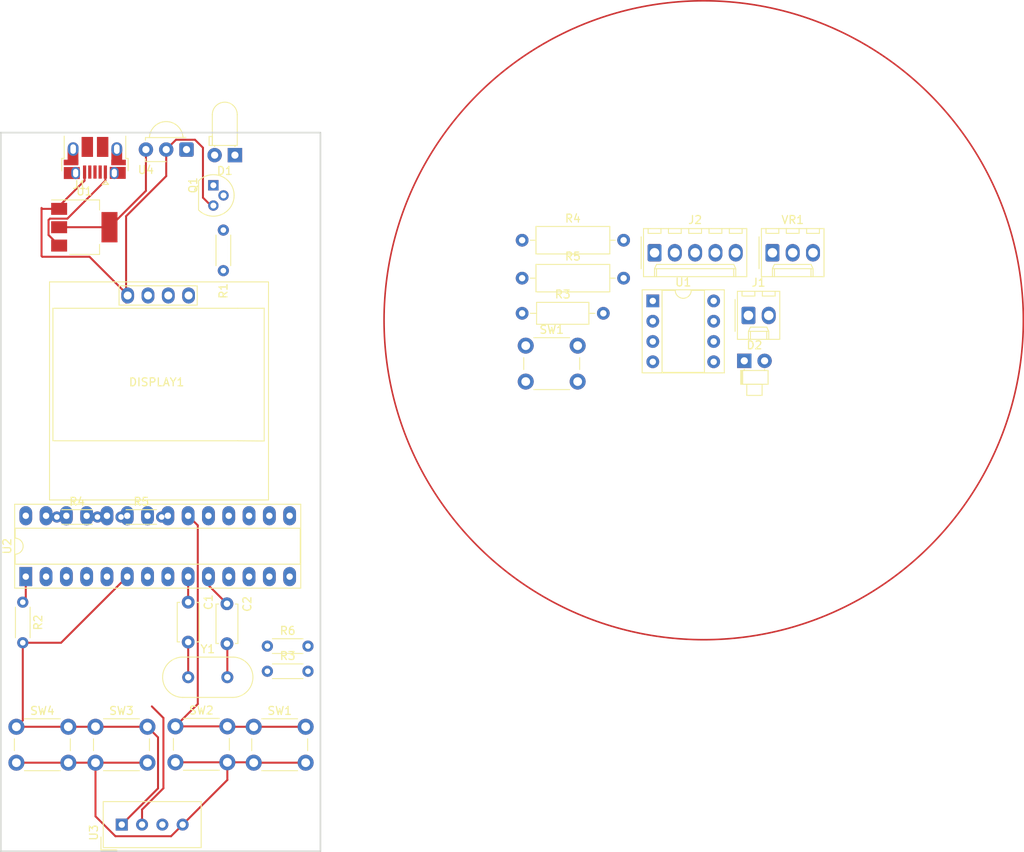
<source format=kicad_pcb>
(kicad_pcb (version 20211014) (generator pcbnew)
  (layers (0 "F.Cu" signal) (31 "B.Cu" signal) (34 "B.Paste" user) (35 "F.Paste" user) (36 "B.SilkS" user "B.Silkscreen") (37 "F.SilkS" user "F.Silkscreen") (38 "B.Mask" user) (39 "F.Mask" user) (44 "Edge.Cuts" user))
  (net 0 "")
  (net 1 "GND")
  (net 2 "Net-(DISPLAY1-Pad4)")
  (net 3 "Net-(U2-Pad9)")
  (net 5 "Net-(U2-Pad10)")
  (net 6 "Net-(U2-Pad28)")
  (net 8 "Net-(D1-PadC)")
  (net 10 "Net-(VR1-Pad1)")
  (net 11 "Net-(U2-Pad11)")
  (net 13 "Net-(Q1-Pad2)")
  (net 16 "Net-(D1-PadA)")
  (net 17 "Net-(U2-Pad6)")
  (net 18 "Net-(J2-Pad3)")
  (net 19 "AREF")
  (net 22 "Net-(U2-Pad3)")
  (net 23 "Net-(U2-Pad1)")
  (net 24 "Net-(U2-Pad19)")
  (net 25 "Net-(U2-Pad2)")
  (net 26 "Net-(U2-Pad4)")
  (net 28 "Net-(J1-Pad1)")
  (net 33 "Net-(R3-Pad1)")
  (net 34 "Net-(R4-Pad1)")
  (net 35 "Net-(R5-Pad1)")
  (net 36 "Net-(R6-Pad1)")
  (footprint "Package_DIP:DIP-8_W7.62mm_Socket" (layer "F.Cu") (at 181.59 61.08)
    (fp_text reference "U1" (at 3.81 -2.33) (layer "F.SilkS"))
    (fp_text value "CAT24C256")
    (fp_line (start 8.95 -1.39) (end -1.33 -1.39) (layer "F.SilkS") (width 0.12))
    (fp_line (start 2.81 -1.33) (end 1.16 -1.33) (layer "F.SilkS") (width 0.12))
    (fp_line (start 1.16 8.95) (end 6.46 8.95) (layer "F.SilkS") (width 0.12))
    (fp_line (start -1.33 9.01) (end 8.95 9.01) (layer "F.SilkS") (width 0.12))
    (fp_line (start -1.33 -1.39) (end -1.33 9.01) (layer "F.SilkS") (width 0.12))
    (fp_line (start 6.46 8.95) (end 6.46 -1.33) (layer "F.SilkS") (width 0.12))
    (fp_line (start 6.46 -1.33) (end 4.81 -1.33) (layer "F.SilkS") (width 0.12))
    (fp_line (start 8.95 9.01) (end 8.95 -1.39) (layer "F.SilkS") (width 0.12))
    (fp_line (start 1.16 -1.33) (end 1.16 8.95) (layer "F.SilkS") (width 0.12))
    (fp_arc (start 4.81 -1.33) (mid 3.81 -0.33) (end 2.81 -1.33) (layer "F.SilkS") (width 0.12))
    (pad "1" thru_hole rect (at 0 0) (size 1.6 1.6) (drill 0.8) (layers *.Cu *.Mask) (net 1 "GND"))
    (pad "2" thru_hole oval (at 0 2.54) (size 1.6 1.6) (drill 0.8) (layers *.Cu *.Mask) (net 1 "GND"))
    (pad "3" thru_hole oval (at 0 5.08) (size 1.6 1.6) (drill 0.8) (layers *.Cu *.Mask) (net 8 "Net-(D1-PadC)"))
    (pad "4" thru_hole oval (at 0 7.62) (size 1.6 1.6) (drill 0.8) (layers *.Cu *.Mask) (net 1 "GND"))
    (pad "5" thru_hole oval (at 7.62 7.62) (size 1.6 1.6) (drill 0.8) (layers *.Cu *.Mask) (net 2 "Net-(DISPLAY1-Pad4)"))
    (pad "6" thru_hole oval (at 7.62 5.08) (size 1.6 1.6) (drill 0.8) (layers *.Cu *.Mask) (net 6 "Net-(U2-Pad28)"))
    (pad "7" thru_hole oval (at 7.62 2.54) (size 1.6 1.6) (drill 0.8) (layers *.Cu *.Mask) (net 1 "GND"))
    (pad "8" thru_hole oval (at 7.62 0) (size 1.6 1.6) (drill 0.8) (layers *.Cu *.Mask) (net 8 "Net-(D1-PadC)"))
  )
  (footprint "Crystal:Crystal_HC18-U_Vertical" (layer "F.Cu") (at 123.45 108.2)
    (fp_text reference "Y1" (at 2.45 -3.525) (layer "F.SilkS"))
    (fp_text value "16MHZ" hide)
    (fp_line (start -0.675 -2.525) (end 5.575 -2.525) (layer "F.SilkS") (width 0.12))
    (fp_line (start -0.675 2.525) (end 5.575 2.525) (layer "F.SilkS") (width 0.12))
    (fp_arc (start -0.675 2.525) (mid -3.2 0) (end -0.675 -2.525) (layer "F.SilkS") (width 0.12))
    (fp_arc (start 5.575 -2.525) (mid 8.1 0) (end 5.575 2.525) (layer "F.SilkS") (width 0.12))
    (pad "1" thru_hole circle (at 0 0) (size 1.5 1.5) (drill 0.8) (layers *.Cu *.Mask) (net 3 "Net-(U2-Pad9)"))
    (pad "2" thru_hole circle (at 4.9 0) (size 1.5 1.5) (drill 0.8) (layers *.Cu *.Mask) (net 5 "Net-(U2-Pad10)"))
  )
  (footprint "Resistor_THT:R_Axial_DIN0207_L6.3mm_D2.5mm_P10.16mm_Horizontal" (layer "F.Cu") (at 165.24 62.63)
    (fp_text reference "R3" (at 5.08 -2.37) (layer "F.SilkS"))
    (fp_text value "100")
    (fp_line (start 9.12 0) (end 8.35 0) (layer "F.SilkS") (width 0.12))
    (fp_line (start 8.35 -1.37) (end 1.81 -1.37) (layer "F.SilkS") (width 0.12))
    (fp_line (start 1.81 1.37) (end 8.35 1.37) (layer "F.SilkS") (width 0.12))
    (fp_line (start 1.04 0) (end 1.81 0) (layer "F.SilkS") (width 0.12))
    (fp_line (start 1.81 -1.37) (end 1.81 1.37) (layer "F.SilkS") (width 0.12))
    (fp_line (start 8.35 1.37) (end 8.35 -1.37) (layer "F.SilkS") (width 0.12))
    (pad "1" thru_hole circle (at 0 0) (size 1.6 1.6) (drill 0.8) (layers *.Cu *.Mask) (net 33 "Net-(R3-Pad1)"))
    (pad "2" thru_hole oval (at 10.16 0) (size 1.6 1.6) (drill 0.8) (layers *.Cu *.Mask) (net 24 "Net-(U2-Pad19)"))
  )
  (footprint "Resistor_THT:R_Axial_DIN0309_L9.0mm_D3.2mm_P12.70mm_Horizontal" (layer "F.Cu") (at 165.24 53.48)
    (fp_text reference "R4" (at 6.35 -2.72) (layer "F.SilkS"))
    (fp_text value "4.7k")
    (fp_line (start 10.97 1.72) (end 10.97 -1.72) (layer "F.SilkS") (width 0.12))
    (fp_line (start 1.04 0) (end 1.73 0) (layer "F.SilkS") (width 0.12))
    (fp_line (start 1.73 -1.72) (end 1.73 1.72) (layer "F.SilkS") (width 0.12))
    (fp_line (start 11.66 0) (end 10.97 0) (layer "F.SilkS") (width 0.12))
    (fp_line (start 1.73 1.72) (end 10.97 1.72) (layer "F.SilkS") (width 0.12))
    (fp_line (start 10.97 -1.72) (end 1.73 -1.72) (layer "F.SilkS") (width 0.12))
    (pad "1" thru_hole circle (at 0 0) (size 1.6 1.6) (drill 0.8) (layers *.Cu *.Mask) (net 2 "Net-(DISPLAY1-Pad4)"))
    (pad "2" thru_hole oval (at 12.7 0) (size 1.6 1.6) (drill 0.8) (layers *.Cu *.Mask) (net 8 "Net-(D1-PadC)"))
  )
  (footprint "Connector_Molex:Molex_KK-254_AE-6410-03A_1x03_P2.54mm_Vertical" (layer "F.Cu") (at 196.56 55.05)
    (fp_text reference "VR1" (at 2.54 -4.12) (layer "F.SilkS"))
    (fp_text value "L7805")
    (fp_line (start 0 1.99) (end 0.25 1.46) (layer "F.SilkS") (width 0.12))
    (fp_line (start 4.28 -3.03) (end 4.28 -2.43) (layer "F.SilkS") (width 0.12))
    (fp_line (start 0 2.99) (end 0 1.99) (layer "F.SilkS") (width 0.12))
    (fp_line (start -0.8 -3.03) (end -0.8 -2.43) (layer "F.SilkS") (width 0.12))
    (fp_line (start 5.88 -2.43) (end 5.88 -3.03) (layer "F.SilkS") (width 0.12))
    (fp_line (start 4.83 1.46) (end 5.08 1.99) (layer "F.SilkS") (width 0.12))
    (fp_line (start 0 1.99) (end 5.08 1.99) (layer "F.SilkS") (width 0.12))
    (fp_line (start 1.74 -2.43) (end 3.34 -2.43) (layer "F.SilkS") (width 0.12))
    (fp_line (start 4.28 -2.43) (end 5.88 -2.43) (layer "F.SilkS") (width 0.12))
    (fp_line (start 0.25 2.99) (end 0.25 1.99) (layer "F.SilkS") (width 0.12))
    (fp_line (start -0.8 -2.43) (end 0.8 -2.43) (layer "F.SilkS") (width 0.12))
    (fp_line (start 0.25 1.46) (end 4.83 1.46) (layer "F.SilkS") (width 0.12))
    (fp_line (start 0.8 -2.43) (end 0.8 -3.03) (layer "F.SilkS") (width 0.12))
    (fp_line (start 4.83 2.99) (end 4.83 1.99) (layer "F.SilkS") (width 0.12))
    (fp_line (start -1.38 2.99) (end 6.46 2.99) (layer "F.SilkS") (width 0.12))
    (fp_line (start 6.46 2.99) (end 6.46 -3.03) (layer "F.SilkS") (width 0.12))
    (fp_line (start 5.08 1.99) (end 5.08 2.99) (layer "F.SilkS") (width 0.12))
    (fp_line (start 3.34 -2.43) (end 3.34 -3.03) (layer "F.SilkS") (width 0.12))
    (fp_line (start -1.67 -2) (end -1.67 2) (layer "F.SilkS") (width 0.12))
    (fp_line (start 1.74 -3.03) (end 1.74 -2.43) (layer "F.SilkS") (width 0.12))
    (fp_line (start -1.38 -3.03) (end -1.38 2.99) (layer "F.SilkS") (width 0.12))
    (fp_line (start 6.46 -3.03) (end -1.38 -3.03) (layer "F.SilkS") (width 0.12))
    (pad "1" thru_hole roundrect (at 0 0) (size 1.74 2.19) (drill 1.19) (layers *.Cu *.Mask) (roundrect_rratio 0.143678) (net 10 "Net-(VR1-Pad1)"))
    (pad "2" thru_hole oval (at 2.54 0) (size 1.74 2.19) (drill 1.19) (layers *.Cu *.Mask) (net 1 "GND"))
    (pad "3" thru_hole oval (at 5.08 0) (size 1.74 2.19) (drill 1.19) (layers *.Cu *.Mask) (net 8 "Net-(D1-PadC)"))
  )
  (footprint "Button_Switch_THT:SW_PUSH_6mm" (layer "F.Cu") (at 165.69 66.68)
    (fp_text reference "SW1" (at 3.25 -2) (layer "F.SilkS"))
    (fp_text value "SW_Push")
    (fp_line (start 5.5 -1) (end 1 -1) (layer "F.SilkS") (width 0.12))
    (fp_line (start 6.75 3) (end 6.75 1.5) (layer "F.SilkS") (width 0.12))
    (fp_line (start 1 5.5) (end 5.5 5.5) (layer "F.SilkS") (width 0.12))
    (fp_line (start -0.25 1.5) (end -0.25 3) (layer "F.SilkS") (width 0.12))
    (pad "1" thru_hole circle (at 0 0 90) (size 2 2) (drill 1.1) (layers *.Cu *.Mask) (net 1 "GND"))
    (pad "1" thru_hole circle (at 6.5 0 90) (size 2 2) (drill 1.1) (layers *.Cu *.Mask) (net 1 "GND"))
    (pad "2" thru_hole circle (at 0 4.5 90) (size 2 2) (drill 1.1) (layers *.Cu *.Mask) (net 23 "Net-(U2-Pad1)"))
    (pad "2" thru_hole circle (at 6.5 4.5 90) (size 2 2) (drill 1.1) (layers *.Cu *.Mask) (net 23 "Net-(U2-Pad1)"))
  )
  (footprint "Button_Switch_THT:SW_PUSH_6mm" (layer "F.Cu") (at 121.85 114.35)
    (fp_text reference "SW2" (at 3.25 -2) (layer "F.SilkS"))
    (fp_text value "SW_Push" hide)
    (fp_line (start -0.25 1.5) (end -0.25 3) (layer "F.SilkS") (width 0.12))
    (fp_line (start 6.75 3) (end 6.75 1.5) (layer "F.SilkS") (width 0.12))
    (fp_line (start 1 5.5) (end 5.5 5.5) (layer "F.SilkS") (width 0.12))
    (fp_line (start 5.5 -1) (end 1 -1) (layer "F.SilkS") (width 0.12))
    (pad "1" thru_hole circle (at 0 0 90) (size 2 2) (drill 1.1) (layers *.Cu *.Mask) (net 8 "Net-(D1-PadC)"))
    (pad "1" thru_hole circle (at 6.5 0 90) (size 2 2) (drill 1.1) (layers *.Cu *.Mask) (net 8 "Net-(D1-PadC)"))
    (pad "2" thru_hole circle (at 0 4.5 90) (size 2 2) (drill 1.1) (layers *.Cu *.Mask) (net 34 "Net-(R4-Pad1)"))
    (pad "2" thru_hole circle (at 6.5 4.5 90) (size 2 2) (drill 1.1) (layers *.Cu *.Mask) (net 34 "Net-(R4-Pad1)"))
  )
  (footprint "Package_TO_SOT_SMD:SOT-223-3_TabPin2" (layer "F.Cu") (at 110.45 51.85)
    (fp_text reference "U1" (at 0 -4.5) (layer "F.SilkS"))
    (fp_text value "AMS1117-5.0" hide)
    (fp_line (start 1.91 3.41) (end 1.91 2.15) (layer "F.SilkS") (width 0.12))
    (fp_line (start 1.91 -3.41) (end 1.91 -2.15) (layer "F.SilkS") (width 0.12))
    (fp_line (start -1.85 3.41) (end 1.91 3.41) (layer "F.SilkS") (width 0.12))
    (fp_line (start -4.1 -3.41) (end 1.91 -3.41) (layer "F.SilkS") (width 0.12))
    (pad "1" smd rect (at -3.15 -2.3) (size 2 1.5) (layers "F.Cu" "F.Paste" "F.Mask") (net 1 "GND"))
    (pad "2" smd rect (at -3.15 0) (size 2 1.5) (layers "F.Cu" "F.Paste" "F.Mask") (net 8 "Net-(D1-PadC)"))
    (pad "2" smd rect (at 3.15 0) (size 2 3.8) (layers "F.Cu" "F.Paste" "F.Mask") (net 8 "Net-(D1-PadC)"))
    (pad "3" smd rect (at -3.15 2.3) (size 2 1.5) (layers "F.Cu" "F.Paste" "F.Mask") (net 28 "Net-(J1-Pad1)"))
  )
  (footprint "Resistor_THT:R_Axial_DIN0204_L3.6mm_D1.6mm_P5.08mm_Horizontal" (layer "F.Cu") (at 127.85 57.29 90)
    (fp_text reference "R1" (at -2.54 0 90) (layer "F.SilkS"))
    (fp_text value "470")
    (fp_line (start 0.62 0.92) (end 4.46 0.92) (layer "F.SilkS") (width 0.12))
    (fp_line (start 0.62 -0.92) (end 4.46 -0.92) (layer "F.SilkS") (width 0.12))
    (pad "1" thru_hole circle (at 0 0 90) (size 1.4 1.4) (drill 0.7) (layers *.Cu *.Mask) (net 22 "Net-(U2-Pad3)"))
    (pad "2" thru_hole oval (at 5.08 0 90) (size 1.4 1.4) (drill 0.7) (layers *.Cu *.Mask) (net 13 "Net-(Q1-Pad2)"))
  )
  (footprint "OptoDevice:Vishay_MINICAST-3Pin" (layer "F.Cu") (at 123.24 42.125 180)
    (fp_text reference "U4" (at 5.08 -2.54) (layer "F.SilkS"))
    (fp_text value "TSOP382xx" hide)
    (fp_line (start 5.14 -1.51) (end 2.54 -1.51) (layer "F.SilkS") (width 0.12))
    (fp_line (start 5.14 1.5) (end 0.05 1.5) (layer "F.SilkS") (width 0.12))
    (fp_line (start 5.14 1.16) (end 5.14 1.5) (layer "F.SilkS") (width 0.12))
    (fp_line (start 5.14 -1.16) (end 5.14 -1.51) (layer "F.SilkS") (width 0.12))
    (fp_arc (start 4.64 1.5) (mid 2.540869 3.502379) (end 0.440083 1.501736) (layer "F.SilkS") (width 0.12))
    (pad "1" thru_hole roundrect (at 0 0 180) (size 1.8 1.8) (drill 0.9) (layers *.Cu *.Mask) (roundrect_rratio 0.139) (net 26 "Net-(U2-Pad4)"))
    (pad "2" thru_hole circle (at 2.54 0 180) (size 1.8 1.8) (drill 0.9) (layers *.Cu *.Mask) (net 1 "GND"))
    (pad "3" thru_hole circle (at 5.08 0 180) (size 1.8 1.8) (drill 0.9) (layers *.Cu *.Mask) (net 8 "Net-(D1-PadC)"))
  )
  (footprint "Connector_Molex:Molex_KK-254_AE-6410-02A_1x02_P2.54mm_Vertical" (layer "F.Cu") (at 193.56 62.9)
    (fp_text reference "J1" (at 1.27 -4.12) (layer "F.SilkS"))
    (fp_text value "Conn_01x02_Male")
    (fp_line (start 0 1.99) (end 0.25 1.46) (layer "F.SilkS") (width 0.12))
    (fp_line (start -0.8 -2.43) (end 0.8 -2.43) (layer "F.SilkS") (width 0.12))
    (fp_line (start -1.67 -2) (end -1.67 2) (layer "F.SilkS") (width 0.12))
    (fp_line (start 3.34 -2.43) (end 3.34 -3.03) (layer "F.SilkS") (width 0.12))
    (fp_line (start -0.8 -3.03) (end -0.8 -2.43) (layer "F.SilkS") (width 0.12))
    (fp_line (start 3.92 2.99) (end 3.92 -3.03) (layer "F.SilkS") (width 0.12))
    (fp_line (start -1.38 2.99) (end 3.92 2.99) (layer "F.SilkS") (width 0.12))
    (fp_line (start 2.29 2.99) (end 2.29 1.99) (layer "F.SilkS") (width 0.12))
    (fp_line (start -1.38 -3.03) (end -1.38 2.99) (layer "F.SilkS") (width 0.12))
    (fp_line (start 0.25 1.46) (end 2.29 1.46) (layer "F.SilkS") (width 0.12))
    (fp_line (start 2.29 1.46) (end 2.54 1.99) (layer "F.SilkS") (width 0.12))
    (fp_line (start 0 2.99) (end 0 1.99) (layer "F.SilkS") (width 0.12))
    (fp_line (start 0 1.99) (end 2.54 1.99) (layer "F.SilkS") (width 0.12))
    (fp_line (start 1.74 -2.43) (end 3.34 -2.43) (layer "F.SilkS") (width 0.12))
    (fp_line (start 1.74 -3.03) (end 1.74 -2.43) (layer "F.SilkS") (width 0.12))
    (fp_line (start 0.8 -2.43) (end 0.8 -3.03) (layer "F.SilkS") (width 0.12))
    (fp_line (start 3.92 -3.03) (end -1.38 -3.03) (layer "F.SilkS") (width 0.12))
    (fp_line (start 2.54 1.99) (end 2.54 2.99) (layer "F.SilkS") (width 0.12))
    (fp_line (start 0.25 2.99) (end 0.25 1.99) (layer "F.SilkS") (width 0.12))
    (pad "1" thru_hole roundrect (at 0 0) (size 1.74 2.19) (drill 1.19) (layers *.Cu *.Mask) (roundrect_rratio 0.143678) (net 10 "Net-(VR1-Pad1)"))
    (pad "2" thru_hole oval (at 2.54 0) (size 1.74 2.19) (drill 1.19) (layers *.Cu *.Mask) (net 1 "GND"))
  )
  (footprint "SSD1306:128x64OLED" (layer "F.Cu") (at 119.5 71)
    (fp_text reference "DISPLAY1" (at 0 0.254) (layer "F.SilkS"))
    (fp_text value "SSD1306")
    (fp_line (start 10.122 7.595) (end -12.978 7.595) (layer "F.SilkS") (width 0.12))
    (fp_line (start 10.122 -9.005) (end 13.208 -9.005) (layer "F.SilkS") (width 0.12))
    (fp_line (start 13.462 7.62) (end 13.462 -9.017) (layer "F.SilkS") (width 0.12))
    (fp_line (start 14 -12.3) (end 14 15) (layer "F.SilkS") (width 0.12))
    (fp_line (start 5.08 -9.398) (end -4.699 -9.398) (layer "F.SilkS") (width 0.12))
    (fp_line (start 13.462 -9.017) (end 13.208 -9.005) (layer "F.SilkS") (width 0.12))
    (fp_line (start 14 15) (end -13.4 15) (layer "F.SilkS") (width 0.12))
    (fp_line (start 10.122 7.595) (end 13.462 7.62) (layer "F.SilkS") (width 0.12))
    (fp_line (start -4.699 -11.811) (end -4.699 -9.398) (layer "F.SilkS") (width 0.12))
    (fp_line (start -13.4 -12.3) (end 14 -12.3) (layer "F.SilkS") (width 0.12))
    (fp_line (start -12.978 -9.005) (end 10.122 -9.005) (layer "F.SilkS") (width 0.12))
    (fp_line (start -13.4 15) (end -13.4 -12.3) (layer "F.SilkS") (width 0.12))
    (fp_line (start -12.978 7.595) (end -12.978 -9.005) (layer "F.SilkS") (width 0.12))
    (fp_line (start 5.08 -11.811) (end 5.08 -9.398) (layer "F.SilkS") (width 0.12))
    (fp_line (start -4.699 -11.811) (end 5.08 -11.811) (layer "F.SilkS") (width 0.12))
    (pad "1" thru_hole oval locked (at -3.62 -10.6 90) (size 2 1.6) (drill 1) (layers *.Cu *.Mask) (net 1 "GND"))
    (pad "2" thru_hole oval locked (at -1.08 -10.6 90) (size 2 1.6) (drill 1) (layers *.Cu *.Mask) (net 8 "Net-(D1-PadC)"))
    (pad "3" thru_hole oval locked (at 1.46 -10.6 90) (size 2 1.6) (drill 1) (layers *.Cu *.Mask) (net 6 "Net-(U2-Pad28)"))
    (pad "4" thru_hole oval locked (at 4 -10.6 90) (size 2 1.6) (drill 1) (layers *.Cu *.Mask) (net 2 "Net-(DISPLAY1-Pad4)"))
  )
  (footprint "Capacitor_THT:C_Disc_D4.7mm_W2.5mm_P5.00mm" (layer "F.Cu") (at 123.45 98.8 -90)
    (fp_text reference "C1" (at 0 -2.54 90) (layer "F.SilkS"))
    (fp_text value "22UF" hide)
    (fp_line (start 0.03 -1.37) (end 4.97 -1.37) (layer "F.SilkS") (width 0.12))
    (fp_line (start 0.03 1.37) (end 4.97 1.37) (layer "F.SilkS") (width 0.12))
    (fp_line (start 4.97 -1.37) (end 4.97 -1.055) (layer "F.SilkS") (width 0.12))
    (fp_line (start 0.03 1.055) (end 0.03 1.37) (layer "F.SilkS") (width 0.12))
    (fp_line (start 0.03 -1.37) (end 0.03 -1.055) (layer "F.SilkS") (width 0.12))
    (fp_line (start 4.97 1.055) (end 4.97 1.37) (layer "F.SilkS") (width 0.12))
    (pad "1" thru_hole circle (at 0 0 270) (size 1.6 1.6) (drill 0.8) (layers *.Cu *.Mask) (net 3 "Net-(U2-Pad9)"))
    (pad "2" thru_hole circle (at 5 0 270) (size 1.6 1.6) (drill 0.8) (layers *.Cu *.Mask) (net 1 "GND"))
  )
  (footprint "LED_THT:LED_D3.0mm_Horizontal_O1.27mm_Z2.0mm_IRGrey" (layer "F.Cu") (at 129.3 42.825 180)
    (fp_text reference "D1" (at 1.27 -1.96) (layer "F.SilkS"))
    (fp_text value "IR_EMITTER")
    (fp_line (start 0 1.21) (end 0 1.21) (layer "F.SilkS") (width 0.12))
    (fp_line (start 2.54 1.21) (end 2.54 1.08) (layer "F.SilkS") (width 0.12))
    (fp_line (start 0 1.21) (end 0 1.08) (layer "F.SilkS") (width 0.12))
    (fp_line (start 2.54 1.08) (end 2.54 1.08) (layer "F.SilkS") (width 0.12))
    (fp_line (start 0 1.08) (end 0 1.21) (layer "F.SilkS") (width 0.12))
    (fp_line (start 3.23 1.21) (end 3.23 2.33) (layer "F.SilkS") (width 0.12))
    (fp_line (start 2.83 2.33) (end 2.83 1.21) (layer "F.SilkS") (width 0.12))
    (fp_line (start 3.23 2.33) (end 2.83 2.33) (layer "F.SilkS") (width 0.12))
    (fp_line (start 0 1.08) (end 0 1.08) (layer "F.SilkS") (width 0.12))
    (fp_line (start 2.54 1.08) (end 2.54 1.21) (layer "F.SilkS") (width 0.12))
    (fp_line (start 2.83 1.21) (end 3.23 1.21) (layer "F.SilkS") (width 0.12))
    (fp_line (start 2.54 1.21) (end 2.54 1.21) (layer "F.SilkS") (width 0.12))
    (fp_line (start -0.29 1.21) (end 2.83 1.21) (layer "F.SilkS") (width 0.12))
    (fp_line (start -0.29 1.21) (end -0.29 5.07) (layer "F.SilkS") (width 0.12))
    (fp_line (start 2.83 1.21) (end 2.83 5.07) (layer "F.SilkS") (width 0.12))
    (fp_arc (start 2.83 5.07) (mid 1.27 6.63) (end -0.29 5.07) (layer "F.SilkS") (width 0.12))
    (pad "1" thru_hole rect (at 0 0 180) (size 1.8 1.8) (drill 0.9) (layers *.Cu *.Mask))
    (pad "2" thru_hole circle (at 2.54 0 180) (size 1.8 1.8) (drill 0.9) (layers *.Cu *.Mask))
  )
  (footprint "Capacitor_THT:C_Disc_D4.7mm_W2.5mm_P5.00mm" (layer "F.Cu") (at 128.3 99 -90)
    (fp_text reference "C2" (at 0.03 -2.54 90) (layer "F.SilkS"))
    (fp_text value "22UF" hide)
    (fp_line (start 0.03 1.055) (end 0.03 1.37) (layer "F.SilkS") (width 0.12))
    (fp_line (start 0.03 -1.37) (end 4.97 -1.37) (layer "F.SilkS") (width 0.12))
    (fp_line (start 0.03 1.37) (end 4.97 1.37) (layer "F.SilkS") (width 0.12))
    (fp_line (start 4.97 1.055) (end 4.97 1.37) (layer "F.SilkS") (width 0.12))
    (fp_line (start 0.03 -1.37) (end 0.03 -1.055) (layer "F.SilkS") (width 0.12))
    (fp_line (start 4.97 -1.37) (end 4.97 -1.055) (layer "F.SilkS") (width 0.12))
    (pad "1" thru_hole circle (at 0 0 270) (size 1.6 1.6) (drill 0.8) (layers *.Cu *.Mask) (net 5 "Net-(U2-Pad10)"))
    (pad "2" thru_hole circle (at 5 0 270) (size 1.6 1.6) (drill 0.8) (layers *.Cu *.Mask) (net 1 "GND"))
  )
  (footprint "Connector_Molex:Molex_KK-254_AE-6410-05A_1x05_P2.54mm_Vertical" (layer "F.Cu") (at 181.81 55.05)
    (fp_text reference "J2" (at 5.08 -4.12) (layer "F.SilkS"))
    (fp_text value "Conn_01x05_Male")
    (fp_line (start 5.88 -2.43) (end 5.88 -3.03) (layer "F.SilkS") (width 0.12))
    (fp_line (start 6.82 -3.03) (end 6.82 -2.43) (layer "F.SilkS") (width 0.12))
    (fp_line (start 10.16 1.99) (end 10.16 2.99) (layer "F.SilkS") (width 0.12))
    (fp_line (start -1.67 -2) (end -1.67 2) (layer "F.SilkS") (width 0.12))
    (fp_line (start 0.25 2.99) (end 0.25 1.99) (layer "F.SilkS") (width 0.12))
    (fp_line (start 4.28 -3.03) (end 4.28 -2.43) (layer "F.SilkS") (width 0.12))
    (fp_line (start 11.54 -3.03) (end -1.38 -3.03) (layer "F.SilkS") (width 0.12))
    (fp_line (start -0.8 -3.03) (end -0.8 -2.43) (layer "F.SilkS") (width 0.12))
    (fp_line (start 1.74 -2.43) (end 3.34 -2.43) (layer "F.SilkS") (width 0.12))
    (fp_line (start 0 2.99) (end 0 1.99) (layer "F.SilkS") (width 0.12))
    (fp_line (start 9.36 -3.03) (end 9.36 -2.43) (layer "F.SilkS") (width 0.12))
    (fp_line (start 0 1.99) (end 0.25 1.46) (layer "F.SilkS") (width 0.12))
    (fp_line (start 10.96 -2.43) (end 10.96 -3.03) (layer "F.SilkS") (width 0.12))
    (fp_line (start 11.54 2.99) (end 11.54 -3.03) (layer "F.SilkS") (width 0.12))
    (fp_line (start 1.74 -3.03) (end 1.74 -2.43) (layer "F.SilkS") (width 0.12))
    (fp_line (start 0.8 -2.43) (end 0.8 -3.03) (layer "F.SilkS") (width 0.12))
    (fp_line (start 6.82 -2.43) (end 8.42 -2.43) (layer "F.SilkS") (width 0.12))
    (fp_line (start 3.34 -2.43) (end 3.34 -3.03) (layer "F.SilkS") (width 0.12))
    (fp_line (start -1.38 -3.03) (end -1.38 2.99) (layer "F.SilkS") (width 0.12))
    (fp_line (start 9.36 -2.43) (end 10.96 -2.43) (layer "F.SilkS") (width 0.12))
    (fp_line (start -1.38 2.99) (end 11.54 2.99) (layer "F.SilkS") (width 0.12))
    (fp_line (start -0.8 -2.43) (end 0.8 -2.43) (layer "F.SilkS") (width 0.12))
    (fp_line (start 9.91 1.46) (end 10.16 1.99) (layer "F.SilkS") (width 0.12))
    (fp_line (start 9.91 2.99) (end 9.91 1.99) (layer "F.SilkS") (width 0.12))
    (fp_line (start 4.28 -2.43) (end 5.88 -2.43) (layer "F.SilkS") (width 0.12))
    (fp_line (start 0 1.99) (end 10.16 1.99) (layer "F.SilkS") (width 0.12))
    (fp_line (start 0.25 1.46) (end 9.91 1.46) (layer "F.SilkS") (width 0.12))
    (fp_line (start 8.42 -2.43) (end 8.42 -3.03) (layer "F.SilkS") (width 0.12))
    (pad "1" thru_hole roundrect (at 0 0) (size 1.74 2.19) (drill 1.19) (layers *.Cu *.Mask) (roundrect_rratio 0.143678) (net 11 "Net-(U2-Pad11)"))
    (pad "2" thru_hole oval (at 2.54 0) (size 1.74 2.19) (drill 1.19) (layers *.Cu *.Mask) (net 17 "Net-(U2-Pad6)"))
    (pad "3" thru_hole oval (at 5.08 0) (size 1.74 2.19) (drill 1.19) (layers *.Cu *.Mask) (net 18 "Net-(J2-Pad3)"))
    (pad "4" thru_hole oval (at 7.62 0) (size 1.74 2.19) (drill 1.19) (layers *.Cu *.Mask) (net 8 "Net-(D1-PadC)"))
    (pad "5" thru_hole oval (at 10.16 0) (size 1.74 2.19) (drill 1.19) (layers *.Cu *.Mask) (net 1 "GND"))
  )
  (footprint "Resistor_THT:R_Axial_DIN0204_L3.6mm_D1.6mm_P5.08mm_Horizontal" (layer "F.Cu") (at 115.045 88.135)
    (fp_text reference "R5" (at 2.54 -1.92) (layer "F.SilkS"))
    (fp_text value "100")
    (fp_line (start 0.62 0.92) (end 4.46 0.92) (layer "F.SilkS") (width 0.12))
    (fp_line (start 0.62 -0.92) (end 4.46 -0.92) (layer "F.SilkS") (width 0.12))
    (pad "1" thru_hole circle (at 0 0) (size 1.4 1.4) (drill 0.7) (layers *.Cu *.Mask) (net 35 "Net-(R5-Pad1)"))
    (pad "2" thru_hole oval (at 5.08 0) (size 1.4 1.4) (drill 0.7) (layers *.Cu *.Mask) (net 1 "GND"))
  )
  (footprint "Button_Switch_THT:SW_PUSH_6mm" (layer "F.Cu") (at 131.65 114.4)
    (fp_text reference "SW1" (at 3.25 -2) (layer "F.SilkS"))
    (fp_text value "SW_Push" hide)
    (fp_line (start 1 5.5) (end 5.5 5.5) (layer "F.SilkS") (width 0.12))
    (fp_line (start -0.25 1.5) (end -0.25 3) (layer "F.SilkS") (width 0.12))
    (fp_line (start 6.75 3) (end 6.75 1.5) (layer "F.SilkS") (width 0.12))
    (fp_line (start 5.5 -1) (end 1 -1) (layer "F.SilkS") (width 0.12))
    (pad "1" thru_hole circle (at 0 0 90) (size 2 2) (drill 1.1) (layers *.Cu *.Mask) (net 8 "Net-(D1-PadC)"))
    (pad "1" thru_hole circle (at 6.5 0 90) (size 2 2) (drill 1.1) (layers *.Cu *.Mask) (net 8 "Net-(D1-PadC)"))
    (pad "2" thru_hole circle (at 6.5 4.5 90) (size 2 2) (drill 1.1) (layers *.Cu *.Mask) (net 33 "Net-(R3-Pad1)"))
    (pad "2" thru_hole circle (at 0 4.5 90) (size 2 2) (drill 1.1) (layers *.Cu *.Mask) (net 33 "Net-(R3-Pad1)"))
  )
  (footprint "Resistor_THT:R_Axial_DIN0204_L3.6mm_D1.6mm_P5.08mm_Horizontal" (layer "F.Cu") (at 133.36 104.3)
    (fp_text reference "R6" (at 2.54 -1.92) (layer "F.SilkS"))
    (fp_text value "100")
    (fp_line (start 0.62 0.92) (end 4.46 0.92) (layer "F.SilkS") (width 0.12))
    (fp_line (start 0.62 -0.92) (end 4.46 -0.92) (layer "F.SilkS") (width 0.12))
    (pad "1" thru_hole circle (at 0 0) (size 1.4 1.4) (drill 0.7) (layers *.Cu *.Mask) (net 36 "Net-(R6-Pad1)"))
    (pad "2" thru_hole oval (at 5.08 0) (size 1.4 1.4) (drill 0.7) (layers *.Cu *.Mask) (net 1 "GND"))
  )
  (footprint "LED_THT:LED_D1.8mm_W1.8mm_H2.4mm_Horizontal_O1.27mm_Z1.6mm" (layer "F.Cu") (at 193.04 68.58)
    (fp_text reference "D2" (at 1.27 -1.96) (layer "F.SilkS"))
    (fp_text value "LED")
    (fp_line (start -0.32 1.21) (end -0.32 2.93) (layer "F.SilkS") (width 0.12))
    (fp_line (start -0.2 1.21) (end -0.2 2.93) (layer "F.SilkS") (width 0.12))
    (fp_line (start -0.44 1.21) (end -0.44 2.93) (layer "F.SilkS") (width 0.12))
    (fp_line (start 0 1.21) (end 0 1.08) (layer "F.SilkS") (width 0.12))
    (fp_line (start 0.31 2.93) (end 0.31 4.33) (layer "F.SilkS") (width 0.12))
    (fp_line (start 0 1.08) (end 0 1.21) (layer "F.SilkS") (width 0.12))
    (fp_line (start -0.44 2.93) (end 2.98 2.93) (layer "F.SilkS") (width 0.12))
    (fp_line (start 2.23 2.93) (end 0.31 2.93) (layer "F.SilkS") (width 0.12))
    (fp_line (start 0 1.21) (end 0 1.21) (layer "F.SilkS") (width 0.12))
    (fp_line (start 2.98 2.93) (end 2.98 1.21) (layer "F.SilkS") (width 0.12))
    (fp_line (start 2.98 1.21) (end -0.44 1.21) (layer "F.SilkS") (width 0.12))
    (fp_line (start 2.23 4.33) (end 2.23 2.93) (layer "F.SilkS") (width 0.12))
    (fp_line (start 2.54 1.08) (end 2.54 1.21) (layer "F.SilkS") (width 0.12))
    (fp_line (start 2.54 1.08) (end 2.54 1.08) (layer "F.SilkS") (width 0.12))
    (fp_line (start 2.54 1.21) (end 2.54 1.21) (layer "F.SilkS") (width 0.12))
    (fp_line (start 2.54 1.21) (end 2.54 1.08) (layer "F.SilkS") (width 0.12))
    (fp_line (start 0.31 4.33) (end 2.23 4.33) (layer "F.SilkS") (width 0.12))
    (fp_line (start 0 1.08) (end 0 1.08) (layer "F.SilkS") (width 0.12))
    (pad "1" thru_hole rect (at 0 0) (size 1.8 1.8) (drill 0.9) (layers *.Cu *.Mask) (net 33 "Net-(R3-Pad1)"))
    (pad "2" thru_hole circle (at 2.54 0) (size 1.8 1.8) (drill 0.9) (layers *.Cu *.Mask) (net 8 "Net-(D1-PadC)"))
  )
  (footprint "Connector_USB:USB_Micro-B_Amphenol_10103594-0001LF_Horizontal" (layer "F.Cu") (at 111.76 43.18 180)
    (fp_text reference "J1" (at 1.925 -3.365) (layer "F.SilkS"))
    (fp_text value "USB_B_Micro")
    (fp_line (start -1.325 -2.865) (end -1.725 -3.315) (layer "F.SilkS") (width 0.12))
    (fp_line (start -3.875 2.735) (end -3.875 -0.065) (layer "F.SilkS") (width 0.12))
    (fp_line (start 3.825 -0.065) (end 4.125 -0.065) (layer "F.SilkS") (width 0.12))
    (fp_line (start -1.725 -3.315) (end -0.925 -3.315) (layer "F.SilkS") (width 0.12))
    (fp_line (start -4.175 -0.065) (end -3.875 -0.065) (layer "F.SilkS") (width 0.12))
    (fp_line (start 4.125 -0.065) (end 4.125 -1.615) (layer "F.SilkS") (width 0.12))
    (fp_line (start -0.925 -3.315) (end -1.325 -2.865) (layer "F.SilkS") (width 0.12))
    (fp_line (start 3.825 2.735) (end 3.825 -0.065) (layer "F.SilkS") (width 0.12))
    (fp_line (start -4.175 -0.065) (end -4.175 -1.615) (layer "F.SilkS") (width 0.12))
    (pad "1" smd rect (at -1.325 -1.765 270) (size 1.65 0.4) (layers "F.Cu" "F.Paste" "F.Mask") (net 28 "Net-(J1-Pad1)"))
    (pad "2" smd rect (at -0.675 -1.765 270) (size 1.65 0.4) (layers "F.Cu" "F.Paste" "F.Mask"))
    (pad "3" smd rect (at -0.025 -1.765 270) (size 1.65 0.4) (layers "F.Cu" "F.Paste" "F.Mask"))
    (pad "4" smd rect (at 0.625 -1.765 270) (size 1.65 0.4) (layers "F.Cu" "F.Paste" "F.Mask"))
    (pad "5" smd rect (at 1.275 -1.765 270) (size 1.65 0.4) (layers "F.Cu" "F.Paste" "F.Mask") (net 1 "GND"))
    (pad "6" smd rect (at 0.935 1.385 270) (size 2.5 1.43) (layers "F.Cu" "F.Paste" "F.Mask"))
    (pad "6" smd rect (at -2.755 0.185 180) (size 1.35 2) (layers "F.Cu" "F.Paste" "F.Mask"))
    (pad "6" smd rect (at 2.875 -1.885 180) (size 2 1.5) (layers "F.Cu" "F.Paste" "F.Mask"))
    (pad "6" smd rect (at -2.875 -1.865 180) (size 2 1.5) (layers "F.Cu" "F.Paste" "F.Mask"))
    (pad "6" thru_hole oval (at -2.755 1.115 270) (size 1.7 1.35) (drill oval 1.2 0.7) (layers *.Cu *.Mask))
    (pad "6" smd rect (at -2.975 -0.565 180) (size 1.825 0.7) (layers "F.Cu" "F.Paste" "F.Mask"))
    (pad "6" thru_hole oval (at 2.705 1.115 270) (size 1.7 1.35) (drill oval 1.2 0.7) (layers *.Cu *.Mask))
    (pad "6" smd rect (at 2.725 0.185 180) (size 1.35 2) (layers "F.Cu" "F.Paste" "F.Mask"))
    (pad "6" smd rect (at -0.985 1.385 270) (size 2.5 1.43) (layers "F.Cu" "F.Paste" "F.Mask"))
    (pad "6" smd rect (at 2.975 -0.565 180) (size 1.825 0.7) (layers "F.Cu" "F.Paste" "F.Mask"))
    (pad "6" thru_hole oval (at 2.395 -1.885 270) (size 1.5 1.1) (drill oval 1.05 0.65) (layers *.Cu *.Mask))
    (pad "6" thru_hole oval (at -2.445 -1.885 270) (size 1.5 1.1) (drill oval 1.05 0.65) (layers *.Cu *.Mask))
  )
  (footprint "Resistor_THT:R_Axial_DIN0204_L3.6mm_D1.6mm_P5.08mm_Horizontal" (layer "F.Cu") (at 133.36 107.45)
    (fp_text reference "R3" (at 2.54 -1.92) (layer "F.SilkS"))
    (fp_text value "100")
    (fp_line (start 0.62 0.92) (end 4.46 0.92) (layer "F.SilkS") (width 0.12))
    (fp_line (start 0.62 -0.92) (end 4.46 -0.92) (layer "F.SilkS") (width 0.12))
    (pad "1" thru_hole circle (at 0 0) (size 1.4 1.4) (drill 0.7) (layers *.Cu *.Mask) (net 33 "Net-(R3-Pad1)"))
    (pad "2" thru_hole oval (at 5.08 0) (size 1.4 1.4) (drill 0.7) (layers *.Cu *.Mask) (net 1 "GND"))
  )
  (footprint "Resistor_THT:R_Axial_DIN0204_L3.6mm_D1.6mm_P5.08mm_Horizontal" (layer "F.Cu") (at 102.75 98.8 -90)
    (fp_text reference "R2" (at 2.54 -1.92 90) (layer "F.SilkS"))
    (fp_text value "100")
    (fp_line (start 0.62 0.92) (end 4.46 0.92) (layer "F.SilkS") (width 0.12))
    (fp_line (start 0.62 -0.92) (end 4.46 -0.92) (layer "F.SilkS") (width 0.12))
    (pad "1" thru_hole circle (at 0 0 270) (size 1.4 1.4) (drill 0.7) (layers *.Cu *.Mask) (net 23 "Net-(U2-Pad1)"))
    (pad "2" thru_hole oval (at 5.08 0 270) (size 1.4 1.4) (drill 0.7) (layers *.Cu *.Mask) (net 8 "Net-(D1-PadC)"))
  )
  (footprint "Sensor:Aosong_DHT11_5.5x12.0_P2.54mm" (layer "F.Cu") (at 115.1375 126.6525 90)
    (fp_text reference "U3" (at -1 -3.5 90) (layer "F.SilkS"))
    (fp_text value "DHT11")
    (fp_line (start -3.16 -2.6) (end -3.16 -0.6) (layer "F.SilkS") (width 0.12))
    (fp_line (start -2.87 -2.32) (end 2.87 -2.32) (layer "F.SilkS") (width 0.12))
    (fp_line (start -3.16 -2.6) (end -1.55 -2.6) (layer "F.SilkS") (width 0.12))
    (fp_line (start 2.88 -2.32) (end 2.88 9.94) (layer "F.SilkS") (width 0.12))
    (fp_line (start 2.88 9.94) (end -2.88 9.94) (layer "F.SilkS") (width 0.12))
    (fp_line (start -2.88 9.94) (end -2.88 -2.31) (layer "F.SilkS") (width 0.12))
    (pad "1" thru_hole rect (at 0 0 90) (size 1.5 1.5) (drill 0.8) (layers *.Cu *.Mask) (net 8 "Net-(D1-PadC)"))
    (pad "2" thru_hole circle (at 0 2.54 90) (size 1.5 1.5) (drill 0.8) (layers *.Cu *.Mask) (net 25 "Net-(U2-Pad2)"))
    (pad "3" thru_hole circle (at 0 5.08 90) (size 1.5 1.5) (drill 0.8) (layers *.Cu *.Mask))
    (pad "4" thru_hole circle (at 0 7.62 90) (size 1.5 1.5) (drill 0.8) (layers *.Cu *.Mask) (net 1 "GND"))
  )
  (footprint "Resistor_THT:R_Axial_DIN0309_L9.0mm_D3.2mm_P12.70mm_Horizontal" (layer "F.Cu") (at 165.24 58.23)
    (fp_text reference "R5" (at 6.35 -2.72) (layer "F.SilkS"))
    (fp_text value "4.7k")
    (fp_line (start 10.97 1.72) (end 10.97 -1.72) (layer "F.SilkS") (width 0.12))
    (fp_line (start 11.66 0) (end 10.97 0) (layer "F.SilkS") (width 0.12))
    (fp_line (start 1.04 0) (end 1.73 0) (layer "F.SilkS") (width 0.12))
    (fp_line (start 10.97 -1.72) (end 1.73 -1.72) (layer "F.SilkS") (width 0.12))
    (fp_line (start 1.73 1.72) (end 10.97 1.72) (layer "F.SilkS") (width 0.12))
    (fp_line (start 1.73 -1.72) (end 1.73 1.72) (layer "F.SilkS") (width 0.12))
    (pad "1" thru_hole circle (at 0 0) (size 1.6 1.6) (drill 0.8) (layers *.Cu *.Mask) (net 6 "Net-(U2-Pad28)"))
    (pad "2" thru_hole oval (at 12.7 0) (size 1.6 1.6) (drill 0.8) (layers *.Cu *.Mask) (net 8 "Net-(D1-PadC)"))
  )
  (footprint "Package_TO_SOT_THT:TO-92" (layer "F.Cu") (at 126.6 46.6 -90)
    (fp_text reference "Q1" (at 0 2.54 -270) (layer "F.SilkS"))
    (fp_text value "P2N2222A" hide)
    (fp_line (start -0.53 1.85) (end 3.07 1.85) (layer "F.SilkS") (width 0.12))
    (fp_arc (start 1.27 -2.6) (mid 3.672087 -0.994977) (end 3.108478 1.838478) (layer "F.SilkS") (width 0.12))
    (fp_arc (start -0.568478 1.838478) (mid -1.132087 -0.994977) (end 1.27 -2.6) (layer "F.SilkS") (width 0.12))
    (pad "1" thru_hole rect (at 0 0 270) (size 1.3 1.3) (drill 0.75) (layers *.Cu *.Mask) (net 16 "Net-(D1-PadA)"))
    (pad "2" thru_hole circle (at 1.27 -1.27 270) (size 1.3 1.3) (drill 0.75) (layers *.Cu *.Mask) (net 13 "Net-(Q1-Pad2)"))
    (pad "3" thru_hole circle (at 2.54 0 270) (size 1.3 1.3) (drill 0.75) (layers *.Cu *.Mask) (net 1 "GND"))
  )
  (footprint "Button_Switch_THT:SW_PUSH_6mm" (layer "F.Cu") (at 101.95 114.4)
    (fp_text reference "SW4" (at 3.25 -2) (layer "F.SilkS"))
    (fp_text value "SW_Push" hide)
    (fp_line (start 6.75 3) (end 6.75 1.5) (layer "F.SilkS") (width 0.12))
    (fp_line (start -0.25 1.5) (end -0.25 3) (layer "F.SilkS") (width 0.12))
    (fp_line (start 5.5 -1) (end 1 -1) (layer "F.SilkS") (width 0.12))
    (fp_line (start 1 5.5) (end 5.5 5.5) (layer "F.SilkS") (width 0.12))
    (pad "1" thru_hole circle (at 0 0 90) (size 2 2) (drill 1.1) (layers *.Cu *.Mask) (net 8 "Net-(D1-PadC)"))
    (pad "1" thru_hole circle (at 6.5 0 90) (size 2 2) (drill 1.1) (layers *.Cu *.Mask) (net 8 "Net-(D1-PadC)"))
    (pad "2" thru_hole circle (at 6.5 4.5 90) (size 2 2) (drill 1.1) (layers *.Cu *.Mask) (net 36 "Net-(R6-Pad1)"))
    (pad "2" thru_hole circle (at 0 4.5 90) (size 2 2) (drill 1.1) (layers *.Cu *.Mask) (net 36 "Net-(R6-Pad1)"))
  )
  (footprint "Button_Switch_THT:SW_PUSH_6mm" (layer "F.Cu") (at 111.85 114.4)
    (fp_text reference "SW3" (at 3.25 -2) (layer "F.SilkS"))
    (fp_text value "SW_Push" hide)
    (fp_line (start -0.25 1.5) (end -0.25 3) (layer "F.SilkS") (width 0.12))
    (fp_line (start 1 5.5) (end 5.5 5.5) (layer "F.SilkS") (width 0.12))
    (fp_line (start 6.75 3) (end 6.75 1.5) (layer "F.SilkS") (width 0.12))
    (fp_line (start 5.5 -1) (end 1 -1) (layer "F.SilkS") (width 0.12))
    (pad "1" thru_hole circle (at 6.5 0 90) (size 2 2) (drill 1.1) (layers *.Cu *.Mask) (net 8 "Net-(D1-PadC)"))
    (pad "1" thru_hole circle (at 0 0 90) (size 2 2) (drill 1.1) (layers *.Cu *.Mask) (net 8 "Net-(D1-PadC)"))
    (pad "2" thru_hole circle (at 6.5 4.5 90) (size 2 2) (drill 1.1) (layers *.Cu *.Mask) (net 35 "Net-(R5-Pad1)"))
    (pad "2" thru_hole circle (at 0 4.5 90) (size 2 2) (drill 1.1) (layers *.Cu *.Mask) (net 35 "Net-(R5-Pad1)"))
  )
  (footprint "Resistor_THT:R_Axial_DIN0204_L3.6mm_D1.6mm_P5.08mm_Horizontal" (layer "F.Cu") (at 107.015 88.135)
    (fp_text reference "R4" (at 2.54 -1.92) (layer "F.SilkS"))
    (fp_text value "100")
    (fp_line (start 0.62 0.92) (end 4.46 0.92) (layer "F.SilkS") (width 0.12))
    (fp_line (start 0.62 -0.92) (end 4.46 -0.92) (layer "F.SilkS") (width 0.12))
    (pad "1" thru_hole circle (at 0 0) (size 1.4 1.4) (drill 0.7) (layers *.Cu *.Mask) (net 34 "Net-(R4-Pad1)"))
    (pad "2" thru_hole oval (at 5.08 0) (size 1.4 1.4) (drill 0.7) (layers *.Cu *.Mask) (net 1 "GND"))
  )
  (footprint "Package_DIP:DIP-28_W7.62mm_Socket_LongPads" (layer "F.Cu") (at 103.125 95.6 90)
    (fp_text reference "U2" (at 3.81 -2.33 90) (layer "F.SilkS"))
    (fp_text value "ATmega328-P")
    (fp_line (start -1.44 34.41) (end 9.06 34.41) (layer "F.SilkS") (width 0.12))
    (fp_line (start 9.06 -1.39) (end -1.44 -1.39) (layer "F.SilkS") (width 0.12))
    (fp_line (start -1.44 -1.39) (end -1.44 34.41) (layer "F.SilkS") (width 0.12))
    (fp_line (start 6.06 -1.33) (end 4.81 -1.33) (layer "F.SilkS") (width 0.12))
    (fp_line (start 1.56 34.35) (end 6.06 34.35) (layer "F.SilkS") (width 0.12))
    (fp_line (start 1.56 -1.33) (end 1.56 34.35) (layer "F.SilkS") (width 0.12))
    (fp_line (start 2.81 -1.33) (end 1.56 -1.33) (layer "F.SilkS") (width 0.12))
    (fp_line (start 6.06 34.35) (end 6.06 -1.33) (layer "F.SilkS") (width 0.12))
    (fp_line (start 9.06 34.41) (end 9.06 -1.39) (layer "F.SilkS") (width 0.12))
    (fp_arc (start 4.81 -1.33) (mid 3.81 -0.33) (end 2.81 -1.33) (layer "F.SilkS") (width 0.12))
    (pad "1" thru_hole rect (at 0 0 90) (size 2.4 1.6) (drill 0.8) (layers *.Cu *.Mask) (net 23 "Net-(U2-Pad1)"))
    (pad "2" thru_hole oval (at 0 2.54 90) (size 2.4 1.6) (drill 0.8) (layers *.Cu *.Mask) (net 25 "Net-(U2-Pad2)"))
    (pad "3" thru_hole oval (at 0 5.08 90) (size 2.4 1.6) (drill 0.8) (layers *.Cu *.Mask) (net 22 "Net-(U2-Pad3)"))
    (pad "4" thru_hole oval (at 0 7.62 90) (size 2.4 1.6) (drill 0.8) (layers *.Cu *.Mask) (net 26 "Net-(U2-Pad4)"))
    (pad "5" thru_hole oval (at 0 10.16 90) (size 2.4 1.6) (drill 0.8) (layers *.Cu *.Mask) (net 18 "Net-(J2-Pad3)"))
    (pad "6" thru_hole oval (at 0 12.7 90) (size 2.4 1.6) (drill 0.8) (layers *.Cu *.Mask) (net 17 "Net-(U2-Pad6)"))
    (pad "7" thru_hole oval (at 0 15.24 90) (size 2.4 1.6) (drill 0.8) (layers *.Cu *.Mask) (net 8 "Net-(D1-PadC)"))
    (pad "8" thru_hole oval (at 0 17.78 90) (size 2.4 1.6) (drill 0.8) (layers *.Cu *.Mask) (net 1 "GND"))
    (pad "9" thru_hole oval (at 0 20.32 90) (size 2.4 1.6) (drill 0.8) (layers *.Cu *.Mask) (net 3 "Net-(U2-Pad9)"))
    (pad "10" thru_hole oval (at 0 22.86 90) (size 2.4 1.6) (drill 0.8) (layers *.Cu *.Mask) (net 5 "Net-(U2-Pad10)"))
    (pad "11" thru_hole oval (at 0 25.4 90) (size 2.4 1.6) (drill 0.8) (layers *.Cu *.Mask) (net 11 "Net-(U2-Pad11)"))
    (pad "12" thru_hole oval (at 0 27.94 90) (size 2.4 1.6) (drill 0.8) (layers *.Cu *.Mask))
    (pad "13" thru_hole oval (at 0 30.48 90) (size 2.4 1.6) (drill 0.8) (layers *.Cu *.Mask))
    (pad "14" thru_hole oval (at 0 33.02 90) (size 2.4 1.6) (drill 0.8) (layers *.Cu *.Mask))
    (pad "15" thru_hole oval (at 7.62 33.02 90) (size 2.4 1.6) (drill 0.8) (layers *.Cu *.Mask))
    (pad "16" thru_hole oval (at 7.62 30.48 90) (size 2.4 1.6) (drill 0.8) (layers *.Cu *.Mask))
    (pad "17" thru_hole oval (at 7.62 27.94 90) (size 2.4 1.6) (drill 0.8) (layers *.Cu *.Mask))
    (pad "18" thru_hole oval (at 7.62 25.4 90) (size 2.4 1.6) (drill 0.8) (layers *.Cu *.Mask))
    (pad "19" thru_hole oval (at 7.62 22.86 90) (size 2.4 1.6) (drill 0.8) (layers *.Cu *.Mask) (net 24 "Net-(U2-Pad19)"))
    (pad "20" thru_hole oval (at 7.62 20.32 90) (size 2.4 1.6) (drill 0.8) (layers *.Cu *.Mask) (net 8 "Net-(D1-PadC)"))
    (pad "21" thru_hole oval (at 7.62 17.78 90) (size 2.4 1.6) (drill 0.8) (layers *.Cu *.Mask) (net 19 "AREF"))
    (pad "22" thru_hole oval (at 7.62 15.24 90) (size 2.4 1.6) (drill 0.8) (layers *.Cu *.Mask) (net 1 "GND"))
    (pad "23" thru_hole oval (at 7.62 12.7 90) (size 2.4 1.6) (drill 0.8) (layers *.Cu *.Mask))
    (pad "24" thru_hole oval (at 7.62 10.16 90) (size 2.4 1.6) (drill 0.8) (layers *.Cu *.Mask))
    (pad "25" thru_hole oval (at 7.62 7.62 90) (size 2.4 1.6) (drill 0.8) (layers *.Cu *.Mask))
    (pad "26" thru_hole oval (at 7.62 5.08 90) (size 2.4 1.6) (drill 0.8) (layers *.Cu *.Mask))
    (pad "27" thru_hole oval (at 7.62 2.54 90) (size 2.4 1.6) (drill 0.8) (layers *.Cu *.Mask) (net 2 "Net-(DISPLAY1-Pad4)"))
    (pad "28" thru_hole oval (at 7.62 0 90) (size 2.4 1.6) (drill 0.8) (layers *.Cu *.Mask) (net 6 "Net-(U2-Pad28)"))
  )
  (gr_circle (center 187.96 63.5) (end 227.96 63.5) (layer "F.Cu") (width 0.2) (fill none))
  (gr_rect (start 100 40) (end 140 130) (layer "Edge.Cuts") (width 0.2) (fill none))
  (segment (start 128.35 108.2) (end 128.35 104.05) (width 0.25) (layer "F.Cu") (net 1))
  (segment (start 105.1 49.45) (end 105.2 49.55) (width 0.25) (layer "F.Cu") (net 1))
  (segment (start 124.3 40.9) (end 125.297489 41.897489) (width 0.25) (layer "F.Cu") (net 1))
  (segment (start 115.76 60.21) (end 111.1 55.55) (width 0.25) (layer "F.Cu") (net 1))
  (segment (start 120.7 42.125) (end 121.925 40.9) (width 0.25) (layer "F.Cu") (net 1))
  (segment (start 115.68 50.47) (end 120.7 45.45) (width 0.25) (layer "F.Cu") (net 1))
  (segment (start 105.1 55.45) (end 105.1 49.45) (width 0.25) (layer "F.Cu") (net 1))
  (segment (start 105.2 49.55) (end 107.3 49.55) (width 0.25) (layer "F.Cu") (net 1))
  (segment (start 125.297489 48.147489) (end 126 48.85) (width 0.25) (layer "F.Cu") (net 1))
  (segment (start 105.2 55.55) (end 105.1 55.45) (width 0.25) (layer "F.Cu") (net 1))
  (segment (start 115.76 60.52) (end 115.76 60.21) (width 0.25) (layer "F.Cu") (net 1))
  (segment (start 128.35 104.05) (end 128.3 104) (width 0.25) (layer "F.Cu") (net 1))
  (segment (start 115.68 61.3) (end 115.68 50.47) (width 0.25) (layer "F.Cu") (net 1))
  (segment (start 125.297489 41.897489) (end 125.297489 48.147489) (width 0.25) (layer "F.Cu") (net 1))
  (segment (start 123.45 103.8) (end 123.45 108.2) (width 0.25) (layer "F.Cu") (net 1))
  (segment (start 110.485 46.02) (end 107.3 49.205) (width 0.25) (layer "F.Cu") (net 1))
  (segment (start 110.485 44.945) (end 110.485 46.02) (width 0.25) (layer "F.Cu") (net 1))
  (segment (start 111.1 55.55) (end 105.2 55.55) (width 0.25) (layer "F.Cu") (net 1))
  (segment (start 107.3 49.205) (end 107.3 49.55) (width 0.25) (layer "F.Cu") (net 1))
  (segment (start 121.925 40.9) (end 124.3 40.9) (width 0.25) (layer "F.Cu") (net 1))
  (segment (start 120.7 45.45) (end 120.7 42.125) (width 0.25) (layer "F.Cu") (net 1))
  (segment (start 123.445 95.6) (end 123.445 98.795) (width 0.25) (layer "F.Cu") (net 3))
  (segment (start 123.445 98.795) (end 123.45 98.8) (width 0.25) (layer "F.Cu") (net 3))
  (segment (start 125.985 96.685) (end 125.985 95.6) (width 0.25) (layer "F.Cu") (net 5))
  (segment (start 128.3 99) (end 125.985 96.685) (width 0.25) (layer "F.Cu") (net 5))
  (segment (start 102.75 103.88) (end 107.545 103.88) (width 0.25) (layer "F.Cu") (net 8))
  (segment (start 138.15 114.4) (end 131.65 114.4) (width 0.25) (layer "F.Cu") (net 8))
  (segment (start 128.4 114.4) (end 128.35 114.35) (width 0.25) (layer "F.Cu") (net 8))
  (segment (start 124.65 89.185) (end 123.445 87.98) (width 0.25) (layer "F.Cu") (net 8))
  (segment (start 102.75 103.88) (end 102.75 113.6) (width 0.25) (layer "F.Cu") (net 8))
  (segment (start 101.95 114.4) (end 108.45 114.4) (width 0.25) (layer "F.Cu") (net 8))
  (segment (start 124.65 111.55) (end 124.65 89.185) (width 0.25) (layer "F.Cu") (net 8))
  (segment (start 131.65 114.4) (end 128.4 114.4) (width 0.25) (layer "F.Cu") (net 8))
  (segment (start 121.8 114.4) (end 121.85 114.35) (width 0.25) (layer "F.Cu") (net 8))
  (segment (start 113.6 51.85) (end 118.16 47.29) (width 0.25) (layer "F.Cu") (net 8))
  (segment (start 102.75 113.6) (end 101.95 114.4) (width 0.25) (layer "F.Cu") (net 8))
  (segment (start 119.675 115.725) (end 118.35 114.4) (width 0.25) (layer "F.Cu") (net 8))
  (segment (start 119.675 122.115) (end 119.675 115.725) (width 0.25) (layer "F.Cu") (net 8))
  (segment (start 107.3 51.85) (end 113.6 51.85) (width 0.25) (layer "F.Cu") (net 8))
  (segment (start 115.1375 126.6525) (end 119.675 122.115) (width 0.25) (layer "F.Cu") (net 8))
  (segment (start 111.85 114.4) (end 108.45 114.4) (width 0.25) (layer "F.Cu") (net 8))
  (segment (start 128.35 114.35) (end 121.85 114.35) (width 0.25) (layer "F.Cu") (net 8))
  (segment (start 121.85 114.35) (end 124.65 111.55) (width 0.25) (layer "F.Cu") (net 8))
  (segment (start 111.85 114.4) (end 118.35 114.4) (width 0.25) (layer "F.Cu") (net 8))
  (segment (start 118.16 47.29) (end 118.16 42.125) (width 0.25) (layer "F.Cu") (net 8))
  (segment (start 107.545 103.88) (end 115.825 95.6) (width 0.25) (layer "F.Cu") (net 8))
  (segment (start 103.125 98.425) (end 102.75 98.8) (width 0.25) (layer "F.Cu") (net 23))
  (segment (start 103.125 95.6) (end 103.125 98.425) (width 0.25) (layer "F.Cu") (net 23))
  (segment (start 120.35 122.1) (end 120.35 113.3) (width 0.25) (layer "F.Cu") (net 25))
  (segment (start 117.6775 124.7725) (end 120.35 122.1) (width 0.25) (layer "F.Cu") (net 25))
  (segment (start 120.35 113.3) (end 118.9 111.85) (width 0.25) (layer "F.Cu") (net 25))
  (segment (start 117.6775 126.6525) (end 117.6775 124.7725) (width 0.25) (layer "F.Cu") (net 25))
  (segment (start 105.975 50.95) (end 105.975 52.825) (width 0.25) (layer "F.Cu") (net 28))
  (segment (start 106.15 50.775) (end 105.975 50.95) (width 0.25) (layer "F.Cu") (net 28))
  (segment (start 108.33 50.775) (end 106.15 50.775) (width 0.25) (layer "F.Cu") (net 28))
  (segment (start 105.975 52.825) (end 107.3 54.15) (width 0.25) (layer "F.Cu") (net 28))
  (segment (start 113.085 46.02) (end 108.33 50.775) (width 0.25) (layer "F.Cu") (net 28))
  (segment (start 113.085 44.945) (end 113.085 46.02) (width 0.25) (layer "F.Cu") (net 28))
  (segment (start 128.35 118.85) (end 121.85 118.85) (width 0.25) (layer "F.Cu") (net 35))
  (segment (start 101.95 118.9) (end 108.45 118.9) (width 0.25) (layer "F.Cu") (net 35))
  (segment (start 128.35 118.85) (end 128.35 121.06) (width 0.25) (layer "F.Cu") (net 35))
  (segment (start 118.35 118.9) (end 111.85 118.9) (width 0.25) (layer "F.Cu") (net 35))
  (segment (start 128.35 118.85) (end 131.6 118.85) (width 0.25) (layer "F.Cu") (net 35))
  (segment (start 121.303899 128.106101) (end 114.342499 128.106101) (width 0.25) (layer "F.Cu") (net 35))
  (segment (start 108.45 118.9) (end 111.85 118.9) (width 0.25) (layer "F.Cu") (net 35))
  (segment (start 122.7575 126.6525) (end 121.303899 128.106101) (width 0.25) (layer "F.Cu") (net 35))
  (segment (start 128.35 121.06) (end 122.7575 126.6525) (width 0.25) (layer "F.Cu") (net 35))
  (segment (start 111.85 125.613602) (end 111.85 118.9) (width 0.25) (layer "F.Cu") (net 35))
  (segment (start 114.342499 128.106101) (end 111.85 125.613602) (width 0.25) (layer "F.Cu") (net 35))
  (segment (start 138.15 118.9) (end 131.65 118.9) (width 0.25) (layer "F.Cu") (net 35))
  (segment (start 131.6 118.85) (end 131.65 118.9) (width 0.25) (layer "F.Cu") (net 35))
)
</source>
